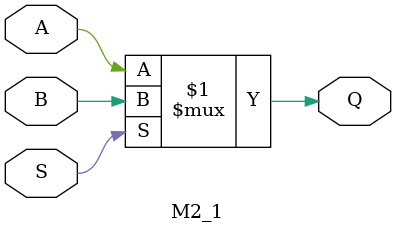
<source format=v>
module M2_1(	input A,	output wire Q,
					input B,
					input S   );

assign Q = S? B: A;

endmodule
</source>
